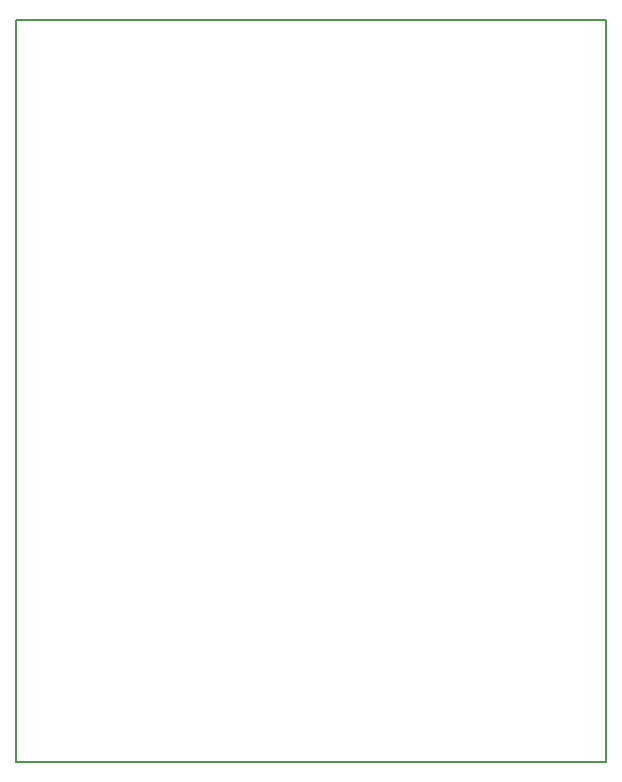
<source format=gbr>
G04 #@! TF.FileFunction,Profile,NP*
%FSLAX46Y46*%
G04 Gerber Fmt 4.6, Leading zero omitted, Abs format (unit mm)*
G04 Created by KiCad (PCBNEW 4.0.4-stable) date 11/02/17 18:15:52*
%MOMM*%
%LPD*%
G01*
G04 APERTURE LIST*
%ADD10C,0.100000*%
%ADD11C,0.150000*%
G04 APERTURE END LIST*
D10*
D11*
X136600000Y-119400000D02*
X136600000Y-56499921D01*
X186600000Y-119400000D02*
X136600000Y-119400000D01*
X186600000Y-56499921D02*
X186600000Y-119400000D01*
X136600000Y-56500000D02*
X186600000Y-56500000D01*
M02*

</source>
